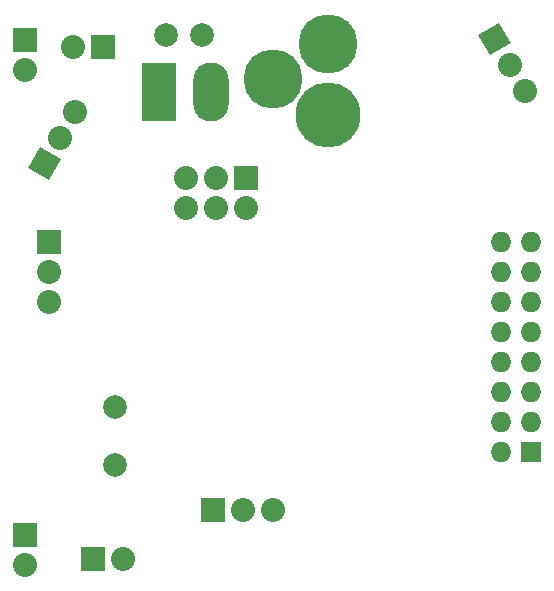
<source format=gbr>
%FSLAX46Y46*%
G04 Gerber Fmt 4.6, Leading zero omitted, Abs format (unit mm)*
G04 Created by KiCad (PCBNEW (2014-jul-16 BZR unknown)-product) date Sun 27 Jul 2014 23:13:45 BST*
%MOMM*%
G01*
G04 APERTURE LIST*
%ADD10C,0.100000*%
%ADD11R,2.032000X2.032000*%
%ADD12C,2.032000*%
%ADD13C,2.000000*%
%ADD14C,5.500000*%
%ADD15C,5.000000*%
%ADD16R,3.000000X5.000000*%
%ADD17O,3.000000X5.000000*%
%ADD18O,2.032000X2.032000*%
%ADD19R,1.727200X1.727200*%
%ADD20O,1.727200X1.727200*%
G04 APERTURE END LIST*
D10*
D11*
X122047000Y-114554000D03*
D12*
X122047000Y-117094000D03*
X119507000Y-114554000D03*
X119507000Y-117094000D03*
X116967000Y-114554000D03*
X116967000Y-117094000D03*
X105410000Y-125095000D03*
X105410000Y-122555000D03*
D11*
X105410000Y-120015000D03*
D13*
X110998000Y-133957060D03*
X110998000Y-138838940D03*
D11*
X119244000Y-142644000D03*
D12*
X121784000Y-142644000D03*
X124324000Y-142644000D03*
D10*
G36*
X141732118Y-102428413D02*
X143491882Y-101412413D01*
X144507882Y-103172177D01*
X142748118Y-104188177D01*
X141732118Y-102428413D01*
X141732118Y-102428413D01*
G37*
D12*
X144390000Y-105000000D03*
X145660000Y-107199705D03*
D10*
G36*
X105391882Y-114735587D02*
X103632118Y-113719587D01*
X104648118Y-111959823D01*
X106407882Y-112975823D01*
X105391882Y-114735587D01*
X105391882Y-114735587D01*
G37*
D12*
X106290000Y-111148000D03*
X107560000Y-108948295D03*
D14*
X129032000Y-109197140D03*
D15*
X129032000Y-103197660D03*
X124333000Y-106197400D03*
D16*
X114681000Y-107315000D03*
D17*
X119126000Y-107315000D03*
D13*
X115316000Y-102489000D03*
X118364000Y-102489000D03*
D11*
X103378000Y-102870000D03*
D18*
X103378000Y-105410000D03*
D11*
X109982000Y-103505000D03*
D18*
X107442000Y-103505000D03*
D11*
X103378000Y-144780000D03*
D18*
X103378000Y-147320000D03*
D11*
X109093000Y-146812000D03*
D18*
X111633000Y-146812000D03*
D19*
X146177000Y-137795000D03*
D20*
X143637000Y-137795000D03*
X146177000Y-135255000D03*
X143637000Y-135255000D03*
X146177000Y-132715000D03*
X143637000Y-132715000D03*
X146177000Y-130175000D03*
X143637000Y-130175000D03*
X146177000Y-127635000D03*
X143637000Y-127635000D03*
X146177000Y-125095000D03*
X143637000Y-125095000D03*
X146177000Y-122555000D03*
X143637000Y-122555000D03*
X146177000Y-120015000D03*
X143637000Y-120015000D03*
M02*

</source>
